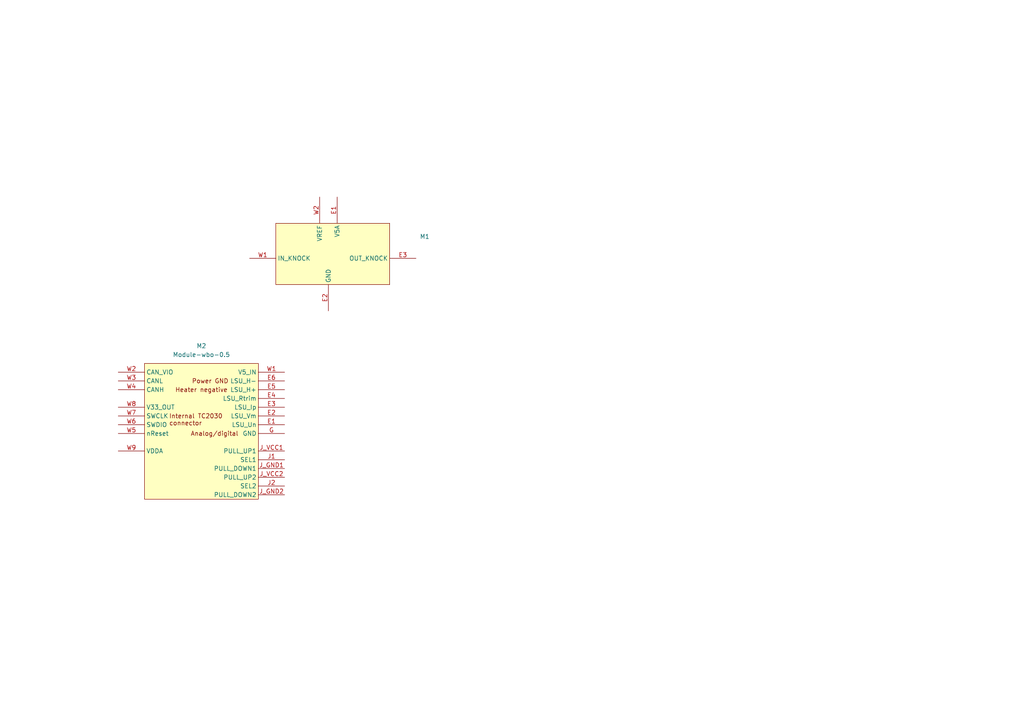
<source format=kicad_sch>
(kicad_sch (version 20231120) (generator "eeschema") (generator_version "8.0")
  (paper "A4")
  (lib_symbols
    (symbol "knock:Module-knock-0.2"
      (property "Reference" "M" (at 0 0 0))
      (property "Value" "Module-knock-0.2" (at 0 0 0))
      (symbol "Module-knock-0.2_1_0"
        (rectangle (start 33.02 0) (end 0 -17.78) (fill (type background)))
        (pin passive line (at 17.78 7.62 270) (length 7.62) (name "V5A") (number "E1"))
        (pin passive line (at 15.24 -25.4 90) (length 7.62) (name "GND") (number "E2"))
        (pin passive line (at 40.64 -10.16 180) (length 7.62) (name "OUT_KNOCK") (number "E3"))
        (pin passive line (at -7.62 -10.16 0) (length 7.62) (name "IN_KNOCK") (number "W1"))
        (pin passive line (at 12.7 7.62 270) (length 7.62) (name "VREF") (number "W2"))
      )
    )
    (symbol "wbo:Module-wbo-0.5"
      (property "Reference" "M" (at 1.27 1.27 0))
      (property "Value" "Module-wbo-0.5" (at 8.89 -40.64 0))
      (symbol "Module-wbo-0.5_0_0"
        (text "Analog/digital" (at 20.32 -20.32 0) (effects (font (size 1.27 1.27))))
        (text "Heater negative" (at 16.51 -7.62 0) (effects (font (size 1.27 1.27))))
        (text "Power GND" (at 19.05 -5.08 0) (effects (font (size 1.27 1.27))))
      )
      (symbol "Module-wbo-0.5_1_0"
        (rectangle (start 0 0) (end 33.02 -39.37) (fill (type background)))
        (text "Internal TC2030\nconnector" (at 7.1222 -16.2666 0) (effects (font (size 1.27 1.27)) (justify left)))
        (pin passive line (at 40.64 -17.78 180) (length 7.62) (name "LSU_Un") (number "E1"))
        (pin passive line (at 40.64 -15.24 180) (length 7.62) (name "LSU_Vm") (number "E2"))
        (pin passive line (at 40.64 -12.7 180) (length 7.62) (name "LSU_Ip") (number "E3"))
        (pin passive line (at 40.64 -10.16 180) (length 7.62) (name "LSU_Rtrim") (number "E4"))
        (pin passive line (at 40.64 -7.62 180) (length 7.62) (name "LSU_H+") (number "E5"))
        (pin passive line (at 40.64 -5.08 180) (length 7.62) (name "LSU_H-") (number "E6"))
        (pin passive line (at 40.64 -20.32 180) (length 7.62) (name "GND") (number "G"))
        (pin passive line (at 40.64 -27.94 180) (length 7.62) (name "SEL1") (number "J1"))
        (pin passive line (at 40.64 -35.56 180) (length 7.62) (name "SEL2") (number "J2"))
        (pin passive line (at 40.64 -30.48 180) (length 7.62) (name "PULL_DOWN1") (number "J_GND1"))
        (pin passive line (at 40.64 -38.1 180) (length 7.62) (name "PULL_DOWN2") (number "J_GND2"))
        (pin passive line (at 40.64 -25.4 180) (length 7.62) (name "PULL_UP1") (number "J_VCC1"))
        (pin passive line (at 40.64 -33.02 180) (length 7.62) (name "PULL_UP2") (number "J_VCC2"))
        (pin passive line (at 40.64 -2.54 180) (length 7.62) (name "V5_IN") (number "W1"))
        (pin passive line (at -7.62 -2.54 0) (length 7.62) (name "CAN_VIO") (number "W2"))
        (pin passive line (at -7.62 -5.08 0) (length 7.62) (name "CANL") (number "W3"))
        (pin passive line (at -7.62 -7.62 0) (length 7.62) (name "CANH") (number "W4"))
        (pin passive line (at -7.62 -20.32 0) (length 7.62) (name "nReset") (number "W5"))
        (pin passive line (at -7.62 -17.78 0) (length 7.62) (name "SWDIO") (number "W6"))
        (pin passive line (at -7.62 -15.24 0) (length 7.62) (name "SWCLK") (number "W7"))
        (pin passive line (at -7.62 -12.7 0) (length 7.62) (name "V33_OUT") (number "W8"))
        (pin passive line (at -7.62 -25.4 0) (length 7.62) (name "VDDA") (number "W9"))
      )
    )
  )
  (symbol (lib_id "wbo:Module-wbo-0.5") (at 41.91 105.41 0) (unit 1)
    (property "Reference" "M2" (at 58.42 100.33 0))
    (property "Value" "Module-wbo-0.5" (at 58.42 102.87 0))
    (property "Footprint" "hellen-one-wbo-0.5:wbo" (effects (hide yes)))
  )
  (symbol (lib_id "knock:Module-knock-0.2") (at 80.01 64.77 0) (unit 1)
    (property "Reference" "M1" (at 123.19 68.6114 0))
    (property "Value" "Module-knock-0.2" (effects (hide yes)))
    (property "Footprint" "hellen-one-knock-0.2:knock" (effects (hide yes)))
    (property "Description" "Hellen-One Knock Pre-amplifier Module" (effects (hide yes)))
  )
)
</source>
